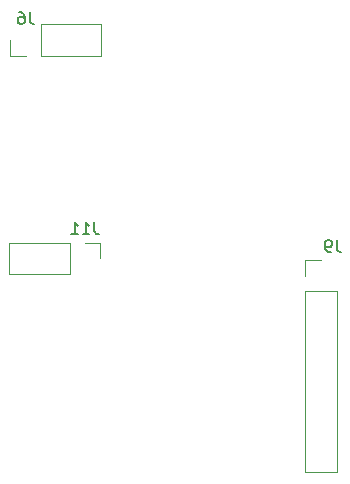
<source format=gbr>
%TF.GenerationSoftware,KiCad,Pcbnew,5.1.9+dfsg1-1~bpo10+1*%
%TF.CreationDate,2022-02-07T13:50:34+08:00*%
%TF.ProjectId,MiniVCF v1.0 - Control,4d696e69-5643-4462-9076-312e30202d20,rev?*%
%TF.SameCoordinates,Original*%
%TF.FileFunction,Legend,Bot*%
%TF.FilePolarity,Positive*%
%FSLAX46Y46*%
G04 Gerber Fmt 4.6, Leading zero omitted, Abs format (unit mm)*
G04 Created by KiCad (PCBNEW 5.1.9+dfsg1-1~bpo10+1) date 2022-02-07 13:50:34*
%MOMM*%
%LPD*%
G01*
G04 APERTURE LIST*
%ADD10C,0.120000*%
%ADD11C,0.150000*%
G04 APERTURE END LIST*
D10*
%TO.C,J6*%
X75770000Y-67670000D02*
X75770000Y-70330000D01*
X75770000Y-67670000D02*
X80910000Y-67670000D01*
X80910000Y-67670000D02*
X80910000Y-70330000D01*
X75770000Y-70330000D02*
X80910000Y-70330000D01*
X73170000Y-70330000D02*
X74500000Y-70330000D01*
X73170000Y-69000000D02*
X73170000Y-70330000D01*
%TO.C,J9*%
X100830000Y-90270000D02*
X98170000Y-90270000D01*
X100830000Y-90270000D02*
X100830000Y-105570000D01*
X100830000Y-105570000D02*
X98170000Y-105570000D01*
X98170000Y-90270000D02*
X98170000Y-105570000D01*
X98170000Y-87670000D02*
X98170000Y-89000000D01*
X99500000Y-87670000D02*
X98170000Y-87670000D01*
%TO.C,J11*%
X80830000Y-87500000D02*
X80830000Y-86170000D01*
X80830000Y-86170000D02*
X79500000Y-86170000D01*
X78230000Y-86170000D02*
X73090000Y-86170000D01*
X73090000Y-88830000D02*
X73090000Y-86170000D01*
X78230000Y-88830000D02*
X73090000Y-88830000D01*
X78230000Y-88830000D02*
X78230000Y-86170000D01*
%TO.C,J6*%
D11*
X74833333Y-66652380D02*
X74833333Y-67366666D01*
X74880952Y-67509523D01*
X74976190Y-67604761D01*
X75119047Y-67652380D01*
X75214285Y-67652380D01*
X73928571Y-66652380D02*
X74119047Y-66652380D01*
X74214285Y-66700000D01*
X74261904Y-66747619D01*
X74357142Y-66890476D01*
X74404761Y-67080952D01*
X74404761Y-67461904D01*
X74357142Y-67557142D01*
X74309523Y-67604761D01*
X74214285Y-67652380D01*
X74023809Y-67652380D01*
X73928571Y-67604761D01*
X73880952Y-67557142D01*
X73833333Y-67461904D01*
X73833333Y-67223809D01*
X73880952Y-67128571D01*
X73928571Y-67080952D01*
X74023809Y-67033333D01*
X74214285Y-67033333D01*
X74309523Y-67080952D01*
X74357142Y-67128571D01*
X74404761Y-67223809D01*
%TO.C,J9*%
X100833333Y-85952380D02*
X100833333Y-86666666D01*
X100880952Y-86809523D01*
X100976190Y-86904761D01*
X101119047Y-86952380D01*
X101214285Y-86952380D01*
X100309523Y-86952380D02*
X100119047Y-86952380D01*
X100023809Y-86904761D01*
X99976190Y-86857142D01*
X99880952Y-86714285D01*
X99833333Y-86523809D01*
X99833333Y-86142857D01*
X99880952Y-86047619D01*
X99928571Y-86000000D01*
X100023809Y-85952380D01*
X100214285Y-85952380D01*
X100309523Y-86000000D01*
X100357142Y-86047619D01*
X100404761Y-86142857D01*
X100404761Y-86380952D01*
X100357142Y-86476190D01*
X100309523Y-86523809D01*
X100214285Y-86571428D01*
X100023809Y-86571428D01*
X99928571Y-86523809D01*
X99880952Y-86476190D01*
X99833333Y-86380952D01*
%TO.C,J11*%
X80309523Y-84452380D02*
X80309523Y-85166666D01*
X80357142Y-85309523D01*
X80452380Y-85404761D01*
X80595238Y-85452380D01*
X80690476Y-85452380D01*
X79309523Y-85452380D02*
X79880952Y-85452380D01*
X79595238Y-85452380D02*
X79595238Y-84452380D01*
X79690476Y-84595238D01*
X79785714Y-84690476D01*
X79880952Y-84738095D01*
X78357142Y-85452380D02*
X78928571Y-85452380D01*
X78642857Y-85452380D02*
X78642857Y-84452380D01*
X78738095Y-84595238D01*
X78833333Y-84690476D01*
X78928571Y-84738095D01*
%TD*%
M02*

</source>
